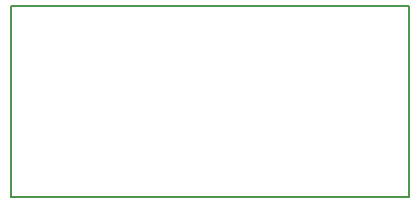
<source format=gm1>
G04 #@! TF.GenerationSoftware,KiCad,Pcbnew,5.0.1-33cea8e~68~ubuntu18.04.1*
G04 #@! TF.CreationDate,2018-11-22T23:02:21+01:00*
G04 #@! TF.ProjectId,FT230XQ_breakout,465432333058515F627265616B6F7574,rev?*
G04 #@! TF.SameCoordinates,Original*
G04 #@! TF.FileFunction,Profile,NP*
%FSLAX46Y46*%
G04 Gerber Fmt 4.6, Leading zero omitted, Abs format (unit mm)*
G04 Created by KiCad (PCBNEW 5.0.1-33cea8e~68~ubuntu18.04.1) date do 22 nov 2018 23:02:21 CET*
%MOMM*%
%LPD*%
G01*
G04 APERTURE LIST*
%ADD10C,0.150000*%
G04 APERTURE END LIST*
D10*
X179000000Y-59800000D02*
X145300000Y-59800000D01*
X179000000Y-76000000D02*
X179000000Y-59800000D01*
X145300000Y-76000000D02*
X179000000Y-76000000D01*
X145300000Y-59800000D02*
X145300000Y-76000000D01*
M02*

</source>
